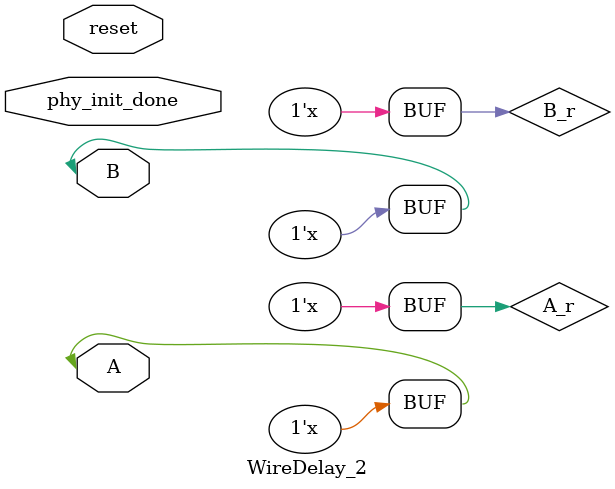
<source format=v>
module WireDelay_2 # (
  parameter Delay_g = 0,
  parameter Delay_rd = 0,
  parameter ERR_INSERT = "OFF"
)
(
  inout A,
  inout B,
  input reset,
  input phy_init_done
);
  reg A_r;
  reg B_r;
  reg B_inv ;
  reg line_en;
  assign A = A_r;
  assign B = B_r;
  always@(*)
    if((B == 'b1) || (B == 'b0))
      B_inv <= #0 ~B ;
    else
      B_inv <= #0 'bz ;
  always @(*) begin
    if (!reset) begin
      A_r <= 1'bz;
      B_r <= 1'bz;
      line_en <= 1'b0;
    end else begin
      if (line_en) begin
	B_r <= 1'bz;
	  if ((ERR_INSERT == "ON") & (phy_init_done))
            A_r <= #Delay_rd B_inv;
	  else
            A_r <= #Delay_rd B;
      end else begin
        B_r <= #Delay_g A;
	A_r <= 1'bz;
      end
    end
  end
  always @(A or B) begin
    if (!reset) begin
      line_en <= 1'b0;
    end else if (A !== A_r) begin
      line_en <= 1'b0;
    end else if (B_r !== B) begin
      line_en <= 1'b1;
    end else begin
      line_en <= line_en;
    end
  end
endmodule
</source>
